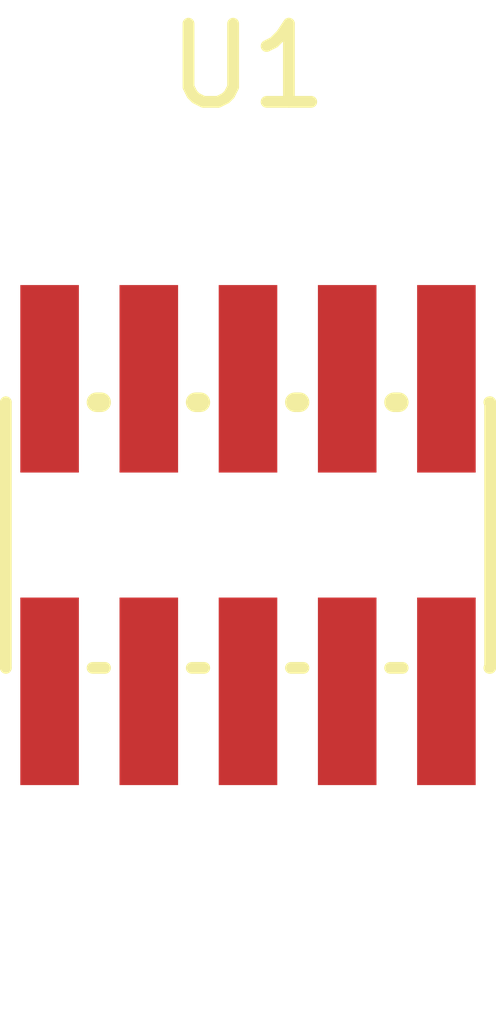
<source format=kicad_pcb>
(kicad_pcb (version 20241229) (generator "atopile") (generator_version "0.3.24")
  (layers (0 "F.Cu" signal) (31 "B.Cu" signal) (34 "B.Paste" user) (35 "F.Paste" user) (36 "B.SilkS" user "B.Silkscreen") (37 "F.SilkS" user "F.Silkscreen") (38 "B.Mask" user) (39 "F.Mask" user) (44 "Edge.Cuts" user))
  (net 0 "")
  (footprint "lib:HDR-SMD_10P-P1.27-V-M-R2-C5-LS5.3" (layer "F.Cu") (at 0 0 0)
    (property "Reference" "U1" (at 0 -6 0) (layer "F.SilkS") (hide no))
    (property "Value" "")
    (fp_line (start 3.09 1.7) (end 3.1 1.7) (stroke (width 0.15)) (layer "F.SilkS"))
    (fp_line (start 1.82 1.7) (end 1.98 1.7) (stroke (width 0.15)) (layer "F.SilkS"))
    (fp_line (start 0.55 1.7) (end 0.71 1.7) (stroke (width 0.15)) (layer "F.SilkS"))
    (fp_line (start -0.72 1.7) (end -0.56 1.7) (stroke (width 0.15)) (layer "F.SilkS"))
    (fp_line (start -1.99 1.7) (end -1.83 1.7) (stroke (width 0.15)) (layer "F.SilkS"))
    (fp_line (start -3.1 -1.7) (end -3.1 -1.7) (stroke (width 0.15)) (layer "F.SilkS"))
    (fp_line (start -3.1 -1.7) (end -3.1 1.7) (stroke (width 0.15)) (layer "F.SilkS"))
    (fp_line (start -3.1 1.7) (end -3.1 1.7) (stroke (width 0.15)) (layer "F.SilkS"))
    (fp_line (start -1.83 -1.7) (end -1.99 -1.7) (stroke (width 0.15)) (layer "F.SilkS"))
    (fp_line (start -0.56 -1.7) (end -0.72 -1.7) (stroke (width 0.15)) (layer "F.SilkS"))
    (fp_line (start 0.71 -1.7) (end 0.55 -1.7) (stroke (width 0.15)) (layer "F.SilkS"))
    (fp_line (start 1.98 -1.7) (end 1.82 -1.7) (stroke (width 0.15)) (layer "F.SilkS"))
    (fp_line (start 3.1 1.7) (end 3.1 -1.7) (stroke (width 0.15)) (layer "F.SilkS"))
    (fp_line (start 3.1 -1.7) (end 3.09 -1.7) (stroke (width 0.15)) (layer "F.SilkS"))
    (fp_line (start 1.87 -1.7) (end 1.93 -1.7) (stroke (width 0.25)) (layer "F.SilkS"))
    (fp_line (start 0.6 -1.7) (end 0.66 -1.7) (stroke (width 0.25)) (layer "F.SilkS"))
    (fp_line (start -0.67 -1.7) (end -0.61 -1.7) (stroke (width 0.25)) (layer "F.SilkS"))
    (fp_line (start -1.94 -1.7) (end -1.88 -1.7) (stroke (width 0.25)) (layer "F.SilkS"))
    (fp_text user "${REFERENCE}" (at 0 -6 0) (layer "F.SilkS"))
    (pad "10" smd rect (at 2.54 -2 0) (size 0.75 2.4) (layers "F.Cu" "F.Paste" "F.Mask"))
    (pad "9" smd rect (at 2.54 2 0) (size 0.75 2.4) (layers "F.Cu" "F.Paste" "F.Mask"))
    (pad "8" smd rect (at 1.27 -2 0) (size 0.75 2.4) (layers "F.Cu" "F.Paste" "F.Mask"))
    (pad "7" smd rect (at 1.27 2 0) (size 0.75 2.4) (layers "F.Cu" "F.Paste" "F.Mask"))
    (pad "6" smd rect (at 0 -2 0) (size 0.75 2.4) (layers "F.Cu" "F.Paste" "F.Mask"))
    (pad "5" smd rect (at 0 2 0) (size 0.75 2.4) (layers "F.Cu" "F.Paste" "F.Mask"))
    (pad "4" smd rect (at -1.27 -2 0) (size 0.75 2.4) (layers "F.Cu" "F.Paste" "F.Mask"))
    (pad "3" smd rect (at -1.27 2 0) (size 0.75 2.4) (layers "F.Cu" "F.Paste" "F.Mask"))
    (pad "2" smd rect (at -2.54 -2 0) (size 0.75 2.4) (layers "F.Cu" "F.Paste" "F.Mask"))
    (pad "1" smd rect (at -2.54 2 0) (size 0.75 2.4) (layers "F.Cu" "F.Paste" "F.Mask"))
  )
)
</source>
